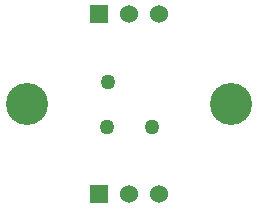
<source format=gts>
G04 (created by PCBNEW (2013-june-11)-stable) date Tue 08 Apr 2014 06:28:42 PM PDT*
%MOIN*%
G04 Gerber Fmt 3.4, Leading zero omitted, Abs format*
%FSLAX34Y34*%
G01*
G70*
G90*
G04 APERTURE LIST*
%ADD10C,0.00590551*%
%ADD11C,0.05*%
%ADD12C,0.14*%
%ADD13R,0.06X0.06*%
%ADD14C,0.06*%
G04 APERTURE END LIST*
G54D10*
G54D11*
X81580Y-57560D03*
X81560Y-59060D03*
X83060Y-59060D03*
G54D12*
X78900Y-58300D03*
G54D13*
X81300Y-55300D03*
G54D14*
X82300Y-55300D03*
X83300Y-55300D03*
G54D13*
X81300Y-61300D03*
G54D14*
X82300Y-61300D03*
X83300Y-61300D03*
G54D12*
X85700Y-58300D03*
M02*

</source>
